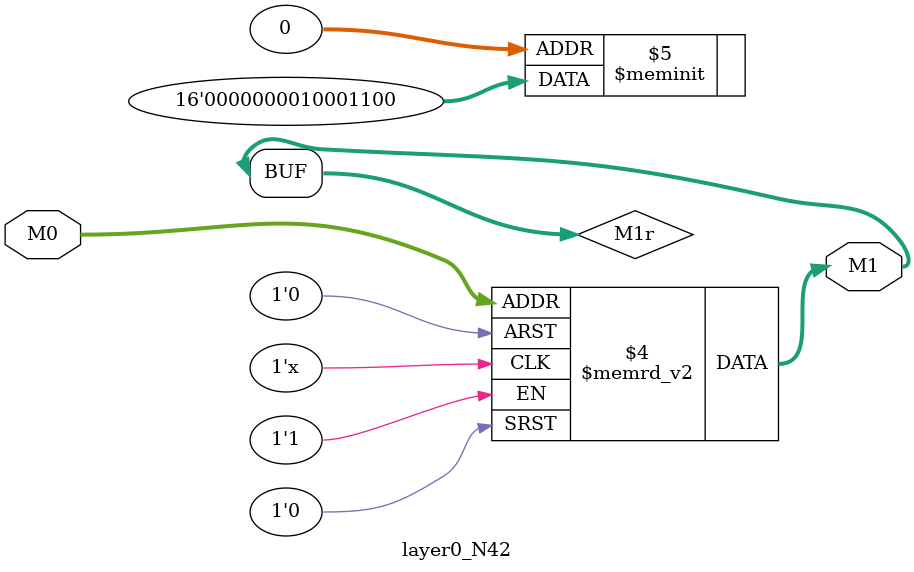
<source format=v>
module layer0_N42 ( input [2:0] M0, output [1:0] M1 );

	(*rom_style = "distributed" *) reg [1:0] M1r;
	assign M1 = M1r;
	always @ (M0) begin
		case (M0)
			3'b000: M1r = 2'b00;
			3'b100: M1r = 2'b00;
			3'b010: M1r = 2'b00;
			3'b110: M1r = 2'b00;
			3'b001: M1r = 2'b11;
			3'b101: M1r = 2'b00;
			3'b011: M1r = 2'b10;
			3'b111: M1r = 2'b00;

		endcase
	end
endmodule

</source>
